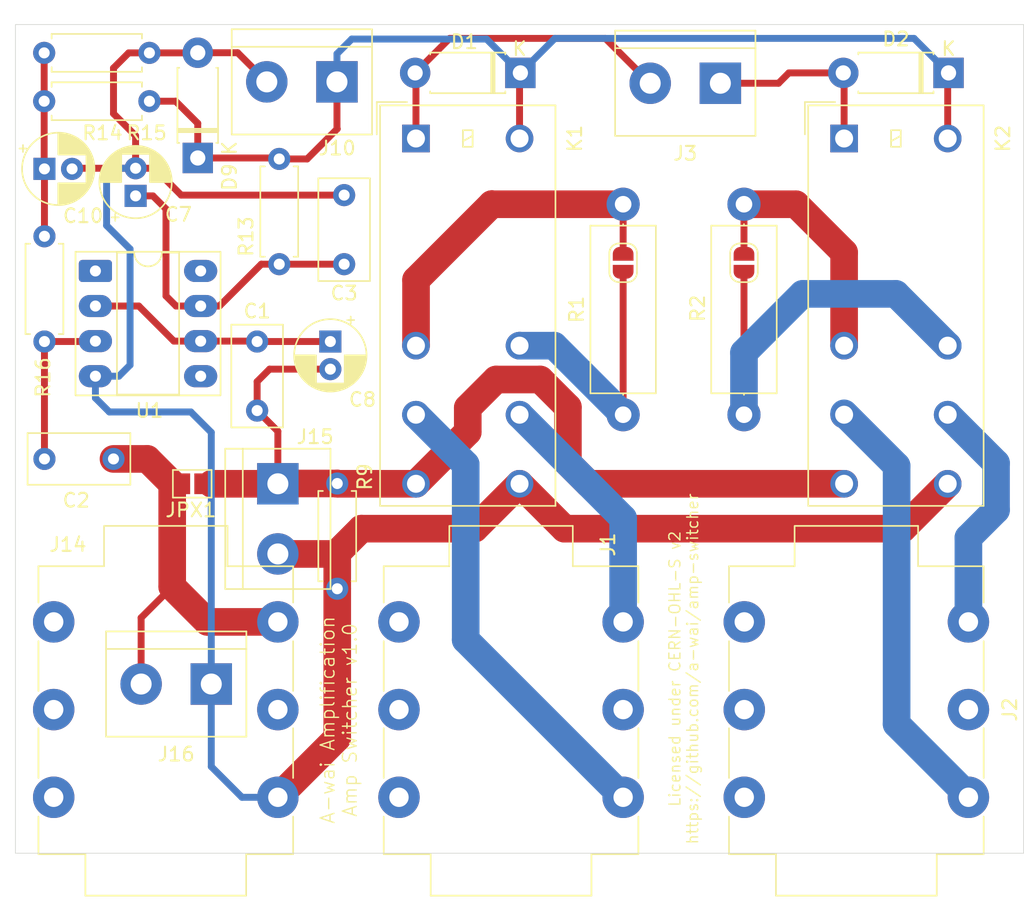
<source format=kicad_pcb>
(kicad_pcb (version 20241229) (generator "pcbnew") (generator_version "9.0")
  (title_block (title "Amp Switcher - 2-way Relay Array") (date "2025-03-12") (rev "1.0") (comment 3 "SPDX-License-Identifier: CERN-OHL-S-2.0+") (comment 4 "SPDX-FileCopyrightText: 2025 Arnaud Ferraris <aferraris@debian.org>"))
  (layers (0 "F.Cu" signal) (2 "B.Cu" signal) (13 "F.Paste" user) (15 "B.Paste" user) (5 "F.SilkS" user "F.Silkscreen") (7 "B.SilkS" user "B.Silkscreen") (1 "F.Mask" user) (3 "B.Mask" user) (25 "Edge.Cuts" user))
  (net 0 "")
  (net 1 "Net-(D1-A)")
  (net 2 "+12V")
  (net 3 "Net-(D2-A)")
  (net 7 "Net-(J1-PadS)")
  (net 9 "Net-(J1-PadT)")
  (net 11 "Net-(J2-PadS)")
  (net 14 "Net-(J2-PadT)")
  (net 16 "/SIGNAL")
  (net 17 "GND")
  (net 18 "Net-(JP2-A)")
  (net 19 "Net-(JP2-B)")
  (net 20 "Net-(JP3-B)")
  (net 21 "Net-(JP3-A)")
  (net 26 "Net-(U1--)")
  (net 27 "Net-(U1-+)")
  (net 28 "VCC")
  (net 29 "GNDS")
  (net 33 "Net-(J16-Pin_2)")
  (footprint "TerminalBlock:TerminalBlock_bornier-2_P5.08mm" (layer "F.Cu") (at 50.18 114.5 180)
    (property "Reference" "J16" (at 2.54 -5.08 0) (layer "F.SilkS"))
    (property "Value" "Screw_Terminal_01x02")
    (pad "1" thru_hole rect (at 0 0 180) (size 3 3) (drill 1.52) (layers "*.Cu" "*.Mask") (net 17 "GND"))
    (pad "2" thru_hole circle (at 5.08 0 180) (size 3 3) (drill 1.52) (layers "*.Cu" "*.Mask") (net 33 "Net-(J16-Pin_2)"))
  )
  (footprint "Diode_THT:D_DO-41_SOD81_P7.62mm_Horizontal" (layer "F.Cu") (at 103.56 70.25 180)
    (property "Reference" "D2" (at 3.81 2.45 0) (layer "F.SilkS"))
    (property "Value" "1N4001")
    (fp_text user "K" (at 0 1.75 0) (layer "F.SilkS"))
    (pad "1" thru_hole rect (at 0 0 180) (size 2.2 2.2) (drill 1.1) (layers "*.Cu" "*.Mask") (net 2 "+12V"))
    (pad "2" thru_hole oval (at 7.62 0 180) (size 2.2 2.2) (drill 1.1) (layers "*.Cu" "*.Mask") (net 3 "Net-(D2-A)"))
  )
  (footprint "Capacitor_THT:C_Rect_L7.2mm_W3.5mm_P5.00mm_FKS2_FKP2_MKS2_MKP2" (layer "F.Cu") (at 38.1 98.2)
    (property "Reference" "C2" (at 2.3 3 0) (layer "F.SilkS"))
    (property "Value" "100n")
    (pad "1" thru_hole circle (at 0 0) (size 1.6 1.6) (drill 0.8) (layers "*.Cu" "*.Mask") (net 27 "Net-(U1-+)"))
    (pad "2" thru_hole circle (at 5 0) (size 1.6 1.6) (drill 0.8) (layers "*.Cu" "*.Mask") (net 33 "Net-(J16-Pin_2)"))
  )
  (footprint "Resistor_THT:R_Axial_DIN0207_L6.3mm_D2.5mm_P7.62mm_Horizontal" (layer "F.Cu") (at 55.1 84.1 90)
    (property "Reference" "R13" (at 2 -2.4 90) (layer "F.SilkS"))
    (property "Value" "10R")
    (pad "1" thru_hole circle (at 0 0 90) (size 1.6 1.6) (drill 0.8) (layers "*.Cu" "*.Mask") (net 28 "VCC"))
    (pad "2" thru_hole oval (at 7.62 0 90) (size 1.6 1.6) (drill 0.8) (layers "*.Cu" "*.Mask") (net 2 "+12V"))
  )
  (footprint "Capacitor_THT:CP_Radial_D5.0mm_P2.00mm" (layer "F.Cu") (at 58.8 89.7 -90)
    (property "Reference" "C8" (at 4.2 -2.329 180) (layer "F.SilkS"))
    (property "Value" "1µ")
    (pad "1" thru_hole rect (at 0 0 270) (size 1.6 1.6) (drill 0.8) (layers "*.Cu" "*.Mask") (net 26 "Net-(U1--)"))
    (pad "2" thru_hole circle (at 2 0 270) (size 1.6 1.6) (drill 0.8) (layers "*.Cu" "*.Mask") (net 16 "/SIGNAL"))
  )
  (footprint "Connector_Audio:Jack_6.35mm_Neutrik_NMJ6HCD2_Horizontal" (layer "F.Cu") (at 105 110 -90)
    (property "Reference" "J2" (at 6.35 -3 90) (layer "F.SilkS"))
    (property "Value" "NMJ6HCD2")
    (pad "R" thru_hole circle (at 6.35 0 270) (size 3 3) (drill 1.4) (layers "*.Cu" "*.Mask"))
    (pad "RN" thru_hole circle (at 6.35 16.23 270) (size 3 3) (drill 1.4) (layers "*.Cu" "*.Mask"))
    (pad "S" thru_hole circle (at 12.7 0 270) (size 3 3) (drill 1.4) (layers "*.Cu" "*.Mask") (net 11 "Net-(J2-PadS)"))
    (pad "SN" thru_hole circle (at 12.7 16.23 270) (size 3 3) (drill 1.4) (layers "*.Cu" "*.Mask"))
    (pad "T" thru_hole circle (at 0 0 270) (size 3 3) (drill 1.4) (layers "*.Cu" "*.Mask") (net 14 "Net-(J2-PadT)"))
    (pad "TN" thru_hole circle (at 0 16.23 270) (size 3 3) (drill 1.4) (layers "*.Cu" "*.Mask"))
  )
  (footprint "Capacitor_THT:CP_Radial_D5.0mm_P2.00mm" (layer "F.Cu") (at 38.1 77.2)
    (property "Reference" "C10" (at 2.8 3.4 0) (layer "F.SilkS"))
    (property "Value" "100µ")
    (pad "1" thru_hole rect (at 0 0) (size 1.6 1.6) (drill 0.8) (layers "*.Cu" "*.Mask") (net 29 "GNDS"))
    (pad "2" thru_hole circle (at 2 0) (size 1.6 1.6) (drill 0.8) (layers "*.Cu" "*.Mask") (net 17 "GND"))
  )
  (footprint "Diode_THT:D_DO-41_SOD81_P7.62mm_Horizontal" (layer "F.Cu") (at 49.2 76.41 90)
    (property "Reference" "D9" (at -1.39 2.3 90) (layer "F.SilkS"))
    (property "Value" "1N4001")
    (fp_text user "K" (at 0.71 2.3 90) (layer "F.SilkS"))
    (pad "1" thru_hole rect (at 0 0 90) (size 2.2 2.2) (drill 1.1) (layers "*.Cu" "*.Mask") (net 2 "+12V"))
    (pad "2" thru_hole oval (at 7.62 0 90) (size 2.2 2.2) (drill 1.1) (layers "*.Cu" "*.Mask") (net 17 "GND"))
  )
  (footprint "Connector_Audio:Jack_6.35mm_Neutrik_NMJ6HCD2_Horizontal" (layer "F.Cu") (at 55 110 -90)
    (property "Reference" "J14" (at -5.6 15.2 180) (layer "F.SilkS"))
    (property "Value" "NMJ6HCD2")
    (pad "R" thru_hole circle (at 6.35 0 270) (size 3 3) (drill 1.4) (layers "*.Cu" "*.Mask"))
    (pad "RN" thru_hole circle (at 6.35 16.23 270) (size 3 3) (drill 1.4) (layers "*.Cu" "*.Mask"))
    (pad "S" thru_hole circle (at 12.7 0 270) (size 3 3) (drill 1.4) (layers "*.Cu" "*.Mask") (net 17 "GND"))
    (pad "SN" thru_hole circle (at 12.7 16.23 270) (size 3 3) (drill 1.4) (layers "*.Cu" "*.Mask"))
    (pad "T" thru_hole circle (at 0 0 270) (size 3 3) (drill 1.4) (layers "*.Cu" "*.Mask") (net 33 "Net-(J16-Pin_2)"))
    (pad "TN" thru_hole circle (at 0 16.23 270) (size 3 3) (drill 1.4) (layers "*.Cu" "*.Mask"))
  )
  (footprint "Resistor_THT:R_Axial_DIN0414_L11.9mm_D4.5mm_P15.24mm_Horizontal" (layer "F.Cu") (at 88.75 95 90)
    (property "Reference" "R2" (at 7.7 -3.35 90) (layer "F.SilkS"))
    (property "Value" "4R7/2W")
    (pad "1" thru_hole circle (at 0 0 90) (size 2.4 2.4) (drill 1.2) (layers "*.Cu" "*.Mask") (net 19 "Net-(JP2-B)"))
    (pad "2" thru_hole oval (at 15.24 0 90) (size 2.4 2.4) (drill 1.2) (layers "*.Cu" "*.Mask") (net 18 "Net-(JP2-A)"))
  )
  (footprint "Relay_THT:Relay_DPDT_Omron_G2RL-2" (layer "F.Cu") (at 65 75)
    (property "Reference" "K1" (at 11.5 0 90) (layer "F.SilkS"))
    (property "Value" "G2RL-2")
    (pad "11" thru_hole circle (at 0 20) (size 2 2) (drill 1.3) (layers "*.Cu" "*.Mask") (net 7 "Net-(J1-PadS)"))
    (pad "12" thru_hole circle (at 0 15) (size 2 2) (drill 1.3) (layers "*.Cu" "*.Mask") (net 21 "Net-(JP3-A)"))
    (pad "14" thru_hole circle (at 0 25) (size 2 2) (drill 1.3) (layers "*.Cu" "*.Mask") (net 16 "/SIGNAL"))
    (pad "21" thru_hole circle (at 7.5 20) (size 2 2) (drill 1.3) (layers "*.Cu" "*.Mask") (net 9 "Net-(J1-PadT)"))
    (pad "22" thru_hole circle (at 7.5 15) (size 2 2) (drill 1.3) (layers "*.Cu" "*.Mask") (net 20 "Net-(JP3-B)"))
    (pad "24" thru_hole circle (at 7.5 25) (size 2 2) (drill 1.3) (layers "*.Cu" "*.Mask") (net 17 "GND"))
    (pad "A1" thru_hole rect (at 0 0) (size 2 2) (drill 1.3) (layers "*.Cu" "*.Mask") (net 1 "Net-(D1-A)"))
    (pad "A2" thru_hole circle (at 7.5 0) (size 2 2) (drill 1.3) (layers "*.Cu" "*.Mask") (net 2 "+12V"))
  )
  (footprint "Diode_THT:D_DO-41_SOD81_P7.62mm_Horizontal" (layer "F.Cu") (at 72.56 70.25 180)
    (property "Reference" "D1" (at 4.06 2.25 0) (layer "F.SilkS"))
    (property "Value" "1N4001")
    (fp_text user "K" (at 0.06 1.75 0) (layer "F.SilkS"))
    (pad "1" thru_hole rect (at 0 0 180) (size 2.2 2.2) (drill 1.1) (layers "*.Cu" "*.Mask") (net 2 "+12V"))
    (pad "2" thru_hole oval (at 7.62 0 180) (size 2.2 2.2) (drill 1.1) (layers "*.Cu" "*.Mask") (net 1 "Net-(D1-A)"))
  )
  (footprint "Resistor_THT:R_Axial_DIN0207_L6.3mm_D2.5mm_P7.62mm_Horizontal" (layer "F.Cu") (at 38.1 82.08 -90)
    (property "Reference" "R16" (at 10.22 0.1 90) (layer "F.SilkS"))
    (property "Value" "1M")
    (pad "1" thru_hole circle (at 0 0 270) (size 1.6 1.6) (drill 0.8) (layers "*.Cu" "*.Mask") (net 29 "GNDS"))
    (pad "2" thru_hole oval (at 7.62 0 270) (size 1.6 1.6) (drill 0.8) (layers "*.Cu" "*.Mask") (net 27 "Net-(U1-+)"))
  )
  (footprint "Connector_Audio:Jack_6.35mm_Neutrik_NMJ6HCD2_Horizontal" (layer "F.Cu") (at 80 110 -90)
    (property "Reference" "J1" (at -5.6 1.1 90) (layer "F.SilkS"))
    (property "Value" "NMJ6HCD2")
    (pad "R" thru_hole circle (at 6.35 0 270) (size 3 3) (drill 1.4) (layers "*.Cu" "*.Mask"))
    (pad "RN" thru_hole circle (at 6.35 16.23 270) (size 3 3) (drill 1.4) (layers "*.Cu" "*.Mask"))
    (pad "S" thru_hole circle (at 12.7 0 270) (size 3 3) (drill 1.4) (layers "*.Cu" "*.Mask") (net 7 "Net-(J1-PadS)"))
    (pad "SN" thru_hole circle (at 12.7 16.23 270) (size 3 3) (drill 1.4) (layers "*.Cu" "*.Mask"))
    (pad "T" thru_hole circle (at 0 0 270) (size 3 3) (drill 1.4) (layers "*.Cu" "*.Mask") (net 9 "Net-(J1-PadT)"))
    (pad "TN" thru_hole circle (at 0 16.23 270) (size 3 3) (drill 1.4) (layers "*.Cu" "*.Mask"))
  )
  (footprint "Relay_THT:Relay_DPDT_Omron_G2RL-2" (layer "F.Cu") (at 96 75)
    (property "Reference" "K2" (at 11.5 0 90) (layer "F.SilkS"))
    (property "Value" "G2RL-2")
    (pad "11" thru_hole circle (at 0 20) (size 2 2) (drill 1.3) (layers "*.Cu" "*.Mask") (net 11 "Net-(J2-PadS)"))
    (pad "12" thru_hole circle (at 0 15) (size 2 2) (drill 1.3) (layers "*.Cu" "*.Mask") (net 18 "Net-(JP2-A)"))
    (pad "14" thru_hole circle (at 0 25) (size 2 2) (drill 1.3) (layers "*.Cu" "*.Mask") (net 16 "/SIGNAL"))
    (pad "21" thru_hole circle (at 7.5 20) (size 2 2) (drill 1.3) (layers "*.Cu" "*.Mask") (net 14 "Net-(J2-PadT)"))
    (pad "22" thru_hole circle (at 7.5 15) (size 2 2) (drill 1.3) (layers "*.Cu" "*.Mask") (net 19 "Net-(JP2-B)"))
    (pad "24" thru_hole circle (at 7.5 25) (size 2 2) (drill 1.3) (layers "*.Cu" "*.Mask") (net 17 "GND"))
    (pad "A1" thru_hole rect (at 0 0) (size 2 2) (drill 1.3) (layers "*.Cu" "*.Mask") (net 3 "Net-(D2-A)"))
    (pad "A2" thru_hole circle (at 7.5 0) (size 2 2) (drill 1.3) (layers "*.Cu" "*.Mask") (net 2 "+12V"))
  )
  (footprint "Resistor_THT:R_Axial_DIN0207_L6.3mm_D2.5mm_P7.62mm_Horizontal" (layer "F.Cu") (at 59.3 107.6 90)
    (property "Reference" "R9" (at 8.1 2 90) (layer "F.SilkS"))
    (property "Value" "1M")
    (pad "1" thru_hole circle (at 0 0 90) (size 1.6 1.6) (drill 0.8) (layers "*.Cu" "*.Mask") (net 17 "GND"))
    (pad "2" thru_hole oval (at 7.62 0 90) (size 1.6 1.6) (drill 0.8) (layers "*.Cu" "*.Mask") (net 16 "/SIGNAL"))
  )
  (footprint "Capacitor_THT:C_Rect_L7.2mm_W3.5mm_P5.00mm_FKS2_FKP2_MKS2_MKP2" (layer "F.Cu") (at 53.5 94.7 90)
    (property "Reference" "C1" (at 7.2 0 180) (layer "F.SilkS"))
    (property "Value" "100n")
    (pad "1" thru_hole circle (at 0 0 90) (size 1.6 1.6) (drill 0.8) (layers "*.Cu" "*.Mask") (net 16 "/SIGNAL"))
    (pad "2" thru_hole circle (at 5 0 90) (size 1.6 1.6) (drill 0.8) (layers "*.Cu" "*.Mask") (net 26 "Net-(U1--)"))
  )
  (footprint "Resistor_THT:R_Axial_DIN0414_L11.9mm_D4.5mm_P15.24mm_Horizontal" (layer "F.Cu") (at 80 95 90)
    (property "Reference" "R1" (at 7.62 -3.37 90) (layer "F.SilkS"))
    (property "Value" "4R7/2W")
    (pad "1" thru_hole circle (at 0 0 90) (size 2.4 2.4) (drill 1.2) (layers "*.Cu" "*.Mask") (net 20 "Net-(JP3-B)"))
    (pad "2" thru_hole oval (at 15.24 0 90) (size 2.4 2.4) (drill 1.2) (layers "*.Cu" "*.Mask") (net 21 "Net-(JP3-A)"))
  )
  (footprint "Jumper:SolderJumper-2_P1.3mm_Open_RoundedPad1.0x1.5mm" (layer "F.Cu") (at 80 84 -90)
    (property "Reference" "JP3" (hide yes))
    (property "Value" "Jumper_2_Open")
    (pad "1" smd custom (at -0.65 0 270) (size 1 0.5) (layers "F.Cu" "F.Mask") (net 21 "Net-(JP3-A)") (options (clearance outline) (anchor rect)) (primitives (gr_circle (center 0 0.25) (end 0.5 0.25) (width 0) (fill yes)) (gr_circle (center 0 -0.25) (end 0.5 -0.25) (width 0) (fill yes)) (gr_poly (pts (xy 0.5 0.75) (xy 0 0.75) (xy 0 -0.75) (xy 0.5 -0.75)) (width 0) (fill yes))))
    (pad "2" smd custom (at 0.65 0 270) (size 1 0.5) (layers "F.Cu" "F.Mask") (net 20 "Net-(JP3-B)") (options (clearance outline) (anchor rect)) (primitives (gr_circle (center 0 0.25) (end 0.5 0.25) (width 0) (fill yes)) (gr_circle (center 0 -0.25) (end 0.5 -0.25) (width 0) (fill yes)) (gr_poly (pts (xy 0 0.75) (xy -0.5 0.75) (xy -0.5 -0.75) (xy 0 -0.75)) (width 0) (fill yes))))
  )
  (footprint "Resistor_THT:R_Axial_DIN0207_L6.3mm_D2.5mm_P7.62mm_Horizontal" (layer "F.Cu") (at 38.08 68.8)
    (property "Reference" "R15" (at 7.42 5.8 0) (layer "F.SilkS"))
    (property "Value" "10k")
    (pad "1" thru_hole circle (at 0 0) (size 1.6 1.6) (drill 0.8) (layers "*.Cu" "*.Mask") (net 29 "GNDS"))
    (pad "2" thru_hole oval (at 7.62 0) (size 1.6 1.6) (drill 0.8) (layers "*.Cu" "*.Mask") (net 17 "GND"))
  )
  (footprint "TerminalBlock:TerminalBlock_bornier-2_P5.08mm" (layer "F.Cu") (at 87.04 71 180)
    (property "Reference" "J3" (at 2.54 -5.08 0) (layer "F.SilkS"))
    (property "Value" "Screw_Terminal_01x02")
    (pad "1" thru_hole rect (at 0 0 180) (size 3 3) (drill 1.52) (layers "*.Cu" "*.Mask") (net 3 "Net-(D2-A)"))
    (pad "2" thru_hole circle (at 5.08 0 180) (size 3 3) (drill 1.52) (layers "*.Cu" "*.Mask") (net 1 "Net-(D1-A)"))
  )
  (footprint "Package_DIP:DIP-8_W7.62mm_Socket_LongPads" (layer "F.Cu") (at 41.79 84.59)
    (property "Reference" "U1" (at 3.91 10.11 0) (layer "F.SilkS"))
    (property "Value" "OPA134")
    (pad "1" thru_hole roundrect (at 0 0) (size 2.4 1.6) (drill 0.8) (layers "*.Cu" "*.Mask") (roundrect_rratio 0.15625))
    (pad "2" thru_hole oval (at 0 2.54) (size 2.4 1.6) (drill 0.8) (layers "*.Cu" "*.Mask") (net 26 "Net-(U1--)"))
    (pad "3" thru_hole oval (at 0 5.08) (size 2.4 1.6) (drill 0.8) (layers "*.Cu" "*.Mask") (net 27 "Net-(U1-+)"))
    (pad "4" thru_hole oval (at 0 7.62) (size 2.4 1.6) (drill 0.8) (layers "*.Cu" "*.Mask") (net 17 "GND"))
    (pad "5" thru_hole oval (at 7.62 7.62) (size 2.4 1.6) (drill 0.8) (layers "*.Cu" "*.Mask"))
    (pad "6" thru_hole oval (at 7.62 5.08) (size 2.4 1.6) (drill 0.8) (layers "*.Cu" "*.Mask") (net 26 "Net-(U1--)"))
    (pad "7" thru_hole oval (at 7.62 2.54) (size 2.4 1.6) (drill 0.8) (layers "*.Cu" "*.Mask") (net 28 "VCC"))
    (pad "8" thru_hole oval (at 7.62 0) (size 2.4 1.6) (drill 0.8) (layers "*.Cu" "*.Mask"))
  )
  (footprint "TerminalBlock:TerminalBlock_bornier-2_P5.08mm" (layer "F.Cu") (at 55 100 -90)
    (property "Reference" "J15" (at -3.4 -2.7 0) (layer "F.SilkS"))
    (property "Value" "Screw_Terminal_01x02")
    (pad "1" thru_hole rect (at 0 0 270) (size 3 3) (drill 1.52) (layers "*.Cu" "*.Mask") (net 16 "/SIGNAL"))
    (pad "2" thru_hole circle (at 5.08 0 270) (size 3 3) (drill 1.52) (layers "*.Cu" "*.Mask") (net 17 "GND"))
  )
  (footprint "Resistor_THT:R_Axial_DIN0207_L6.3mm_D2.5mm_P7.62mm_Horizontal" (layer "F.Cu") (at 45.7 72.3 180)
    (property "Reference" "R14" (at 3.4 -2.3 0) (layer "F.SilkS"))
    (property "Value" "10k")
    (pad "1" thru_hole circle (at 0 0 180) (size 1.6 1.6) (drill 0.8) (layers "*.Cu" "*.Mask") (net 2 "+12V"))
    (pad "2" thru_hole oval (at 7.62 0 180) (size 1.6 1.6) (drill 0.8) (layers "*.Cu" "*.Mask") (net 29 "GNDS"))
  )
  (footprint "Capacitor_THT:CP_Radial_D5.0mm_P2.00mm" (layer "F.Cu") (at 44.7 79.155113 90)
    (property "Reference" "C7" (at -1.344887 3.1 180) (layer "F.SilkS"))
    (property "Value" "100µ")
    (pad "1" thru_hole rect (at 0 0 90) (size 1.6 1.6) (drill 0.8) (layers "*.Cu" "*.Mask") (net 28 "VCC"))
    (pad "2" thru_hole circle (at 2 0 90) (size 1.6 1.6) (drill 0.8) (layers "*.Cu" "*.Mask") (net 17 "GND"))
  )
  (footprint "Capacitor_THT:C_Rect_L7.2mm_W3.5mm_P5.00mm_FKS2_FKP2_MKS2_MKP2" (layer "F.Cu") (at 59.8 84.1 90)
    (property "Reference" "C3" (at -2.1 0 180) (layer "F.SilkS"))
    (property "Value" "100n")
    (pad "1" thru_hole circle (at 0 0 90) (size 1.6 1.6) (drill 0.8) (layers "*.Cu" "*.Mask") (net 28 "VCC"))
    (pad "2" thru_hole circle (at 5 0 90) (size 1.6 1.6) (drill 0.8) (layers "*.Cu" "*.Mask") (net 17 "GND"))
  )
  (footprint "Jumper:SolderJumper-2_P1.3mm_Open_Pad1.0x1.5mm" (layer "F.Cu") (at 48.8 100 180)
    (property "Reference" "JPX1" (at 0.1 -1.9 0) (layer "F.SilkS"))
    (property "Value" "Jumper_2_Open")
    (pad "1" smd rect (at -0.65 0 180) (size 1 1.5) (layers "F.Cu" "F.Mask") (net 16 "/SIGNAL"))
    (pad "2" smd rect (at 0.65 0 180) (size 1 1.5) (layers "F.Cu" "F.Mask") (net 33 "Net-(J16-Pin_2)"))
  )
  (footprint "TerminalBlock:TerminalBlock_bornier-2_P5.08mm" (layer "F.Cu") (at 59.28 70.9 180)
    (property "Reference" "J10" (at -0.02 -4.8 0) (layer "F.SilkS"))
    (property "Value" "Screw_Terminal_01x02")
    (pad "1" thru_hole rect (at 0 0 180) (size 3 3) (drill 1.52) (layers "*.Cu" "*.Mask") (net 2 "+12V"))
    (pad "2" thru_hole circle (at 5.08 0 180) (size 3 3) (drill 1.52) (layers "*.Cu" "*.Mask") (net 17 "GND"))
  )
  (footprint "Jumper:SolderJumper-2_P1.3mm_Open_RoundedPad1.0x1.5mm" (layer "F.Cu") (at 88.75 84 -90)
    (property "Reference" "JP2" (hide yes))
    (property "Value" "Jumper_2_Open")
    (pad "1" smd custom (at -0.65 0 270) (size 1 0.5) (layers "F.Cu" "F.Mask") (net 18 "Net-(JP2-A)") (options (clearance outline) (anchor rect)) (primitives (gr_circle (center 0 0.25) (end 0.5 0.25) (width 0) (fill yes)) (gr_circle (center 0 -0.25) (end 0.5 -0.25) (width 0) (fill yes)) (gr_poly (pts (xy 0.5 0.75) (xy 0 0.75) (xy 0 -0.75) (xy 0.5 -0.75)) (width 0) (fill yes))))
    (pad "2" smd custom (at 0.65 0 270) (size 1 0.5) (layers "F.Cu" "F.Mask") (net 19 "Net-(JP2-B)") (options (clearance outline) (anchor rect)) (primitives (gr_circle (center 0 0.25) (end 0.5 0.25) (width 0) (fill yes)) (gr_circle (center 0 -0.25) (end 0.5 -0.25) (width 0) (fill yes)) (gr_poly (pts (xy 0 0.75) (xy -0.5 0.75) (xy -0.5 -0.75) (xy 0 -0.75)) (width 0) (fill yes))))
  )
  (gr_rect (start 36 66.75) (end 109 126.75) (stroke (width 0.05)) (fill no) (layer "Edge.Cuts"))
  (gr_text "Licensed under CERN-OHL-S v2\nhttps://github.com/a-wai/amp-switcher" (at 85.5 113.4 90) (layer "F.SilkS") (effects (font (size 0.8 0.8) (thickness 0.1)) (justify bottom)))
  (gr_text "A-wai Amplification\nAmp Switcher v1.0" (at 60.8 117.1 90) (layer "F.SilkS") (effects (font (size 1 1) (thickness 0.1)) (justify bottom)))
  (segment (start 64.94 70.25) (end 67.44 67.75) (width 0.5) (layer "F.Cu") (net 1))
  (segment (start 67.44 67.75) (end 78.71 67.75) (width 0.5) (layer "F.Cu") (net 1))
  (segment (start 65 75) (end 65 70.31) (width 0.5) (layer "F.Cu") (net 1))
  (segment (start 65 70.31) (end 64.94 70.25) (width 0.5) (layer "F.Cu") (net 1))
  (segment (start 78.71 67.75) (end 81.96 71) (width 0.5) (layer "F.Cu") (net 1))
  (segment (start 49.2 76.41) (end 49.2 73.9) (width 0.5) (layer "F.Cu") (net 2))
  (segment (start 103.5 75) (end 103.5 70.31) (width 0.5) (layer "F.Cu") (net 2))
  (segment (start 49.2 73.9) (end 47.6 72.3) (width 0.5) (layer "F.Cu") (net 2))
  (segment (start 72.5 75) (end 72.5 70.31) (width 0.5) (layer "F.Cu") (net 2))
  (segment (start 49.2 76.41) (end 55.03 76.41) (width 0.5) (layer "F.Cu") (net 2))
  (segment (start 57.12 76.48) (end 59.3 74.3) (width 0.5) (layer "F.Cu") (net 2))
  (segment (start 55.1 76.48) (end 57.12 76.48) (width 0.5) (layer "F.Cu") (net 2))
  (segment (start 72.5 70.31) (end 72.56 70.25) (width 0.5) (layer "F.Cu") (net 2))
  (segment (start 59.3 74.3) (end 59.28 74.28) (width 0.5) (layer "F.Cu") (net 2))
  (segment (start 103.5 70.31) (end 103.56 70.25) (width 0.5) (layer "F.Cu") (net 2))
  (segment (start 55.03 76.41) (end 55.1 76.48) (width 0.5) (layer "F.Cu") (net 2))
  (segment (start 59.28 74.28) (end 59.28 70.9) (width 0.5) (layer "F.Cu") (net 2))
  (segment (start 47.6 72.3) (end 45.7 72.3) (width 0.5) (layer "F.Cu") (net 2))
  (segment (start 60.35 67.8) (end 70.11 67.8) (width 0.5) (layer "B.Cu") (net 2))
  (segment (start 59.28 70.9) (end 59.28 68.87) (width 0.5) (layer "B.Cu") (net 2))
  (segment (start 70.11 67.8) (end 72.56 70.25) (width 0.5) (layer "B.Cu") (net 2))
  (segment (start 72.56 70.25) (end 75.06 67.75) (width 0.5) (layer "B.Cu") (net 2))
  (segment (start 75.06 67.75) (end 101.06 67.75) (width 0.5) (layer "B.Cu") (net 2))
  (segment (start 59.28 68.87) (end 60.35 67.8) (width 0.5) (layer "B.Cu") (net 2))
  (segment (start 101.06 67.75) (end 103.56 70.25) (width 0.5) (layer "B.Cu") (net 2))
  (segment (start 92 70.25) (end 91.25 71) (width 0.5) (layer "F.Cu") (net 3))
  (segment (start 91.25 71) (end 87.04 71) (width 0.5) (layer "F.Cu") (net 3))
  (segment (start 96 75) (end 96 70.31) (width 0.5) (layer "F.Cu") (net 3))
  (segment (start 95.94 70.25) (end 92 70.25) (width 0.5) (layer "F.Cu") (net 3))
  (segment (start 96 70.31) (end 95.94 70.25) (width 0.5) (layer "F.Cu") (net 3))
  (segment (start 80 122.7) (end 68.6 111.3) (width 2) (layer "B.Cu") (net 7))
  (segment (start 68.6 98.6) (end 65 95) (width 2) (layer "B.Cu") (net 7))
  (segment (start 68.6 111.3) (end 68.6 98.6) (width 2) (layer "B.Cu") (net 7))
  (segment (start 72.5 95) (end 80 102.5) (width 2) (layer "B.Cu") (net 9))
  (segment (start 80 102.5) (end 80 110) (width 2) (layer "B.Cu") (net 9))
  (segment (start 99.8 117.4) (end 99.8 98.7) (width 2) (layer "B.Cu") (net 11))
  (segment (start 99.8 98.7) (end 96 94.9) (width 2) (layer "B.Cu") (net 11))
  (segment (start 105 122.6) (end 99.8 117.4) (width 2) (layer "B.Cu") (net 11))
  (segment (start 105 110) (end 105 103.9) (width 2) (layer "B.Cu") (net 14))
  (segment (start 107 101.9) (end 107 98.5) (width 2) (layer "B.Cu") (net 14))
  (segment (start 107 98.5) (end 103.5 95) (width 2) (layer "B.Cu") (net 14))
  (segment (start 105 103.9) (end 107 101.9) (width 2) (layer "B.Cu") (net 14))
  (segment (start 74 92.451) (end 76 94.451) (width 2) (layer "F.Cu") (net 16))
  (segment (start 55 100) (end 50.2 100) (width 2) (layer "F.Cu") (net 16))
  (segment (start 77.5 100) (end 96 100) (width 2) (layer "F.Cu") (net 16))
  (segment (start 68.75 94.5) (end 70.799 92.451) (width 2) (layer "F.Cu") (net 16))
  (segment (start 65 100) (end 68.75 96.25) (width 2) (layer "F.Cu") (net 16))
  (segment (start 76 94.451) (end 76 98.5) (width 2) (layer "F.Cu") (net 16))
  (segment (start 58.8 91.7) (end 54.4 91.7) (width 0.5) (layer "F.Cu") (net 16))
  (segment (start 70.799 92.451) (end 74 92.451) (width 2) (layer "F.Cu") (net 16))
  (segment (start 53.5 94.7) (end 55 96.2) (width 0.5) (layer "F.Cu") (net 16))
  (segment (start 68.75 96.25) (end 68.75 94.5) (width 2) (layer "F.Cu") (net 16))
  (segment (start 59.3 99.98) (end 55.02 99.98) (width 2) (layer "F.Cu") (net 16))
  (segment (start 59.32 100) (end 59.3 99.98) (width 2) (layer "F.Cu") (net 16))
  (segment (start 65 100) (end 59.32 100) (width 2) (layer "F.Cu") (net 16))
  (segment (start 54.4 91.7) (end 53.5 92.6) (width 0.5) (layer "F.Cu") (net 16))
  (segment (start 55 96.2) (end 55 100) (width 0.5) (layer "F.Cu") (net 16))
  (segment (start 53.5 92.6) (end 53.5 94.7) (width 0.5) (layer "F.Cu") (net 16))
  (segment (start 55.02 99.98) (end 55 100) (width 2) (layer "F.Cu") (net 16))
  (segment (start 76 98.5) (end 77.5 100) (width 2) (layer "F.Cu") (net 16))
  (segment (start 59.3 107.6) (end 59.3 105) (width 2) (layer "F.Cu") (net 17))
  (segment (start 59.22 105.08) (end 55 105.08) (width 2) (layer "F.Cu") (net 17))
  (segment (start 49.19 68.8) (end 49.2 68.79) (width 0.5) (layer "F.Cu") (net 17))
  (segment (start 59.3 105) (end 59.22 105.08) (width 2) (layer "F.Cu") (net 17))
  (segment (start 59.3 105) (end 61.05 103.25) (width 2) (layer "F.Cu") (net 17))
  (segment (start 72.5 100) (end 75.75 103.25) (width 2) (layer "F.Cu") (net 17))
  (segment (start 45.7 68.8) (end 49.19 68.8) (width 0.5) (layer "F.Cu") (net 17))
  (segment (start 59.3 118.4) (end 59.3 107.6) (width 2) (layer "F.Cu") (net 17))
  (segment (start 61.05 103.25) (end 69.25 103.25) (width 2) (layer "F.Cu") (net 17))
  (segment (start 75.75 103.25) (end 100.25 103.25) (width 2) (layer "F.Cu") (net 17))
  (segment (start 43.1 73.2) (end 43.1 69.9) (width 0.5) (layer "F.Cu") (net 17))
  (segment (start 49.2 68.79) (end 52.09 68.79) (width 0.5) (layer "F.Cu") (net 17))
  (segment (start 55 122.7) (end 59.3 118.4) (width 2) (layer "F.Cu") (net 17))
  (segment (start 44.2 68.8) (end 45.7 68.8) (width 0.5) (layer "F.Cu") (net 17))
  (segment (start 100.25 103.25) (end 103.5 100) (width 2) (layer "F.Cu") (net 17))
  (segment (start 48 79.1) (end 59.8 79.1) (width 0.5) (layer "F.Cu") (net 17))
  (segment (start 40.144887 77.155113) (end 40.1 77.2) (width 0.5) (layer "F.Cu") (net 17))
  (segment (start 44.7 77.155113) (end 46.055113 77.155113) (width 0.5) (layer "F.Cu") (net 17))
  (segment (start 46.055113 77.155113) (end 48 79.1) (width 0.5) (layer "F.Cu") (net 17))
  (segment (start 52.09 68.79) (end 54.2 70.9) (width 0.5) (layer "F.Cu") (net 17))
  (segment (start 44.7 74.8) (end 43.1 73.2) (width 0.5) (layer "F.Cu") (net 17))
  (segment (start 69.25 103.25) (end 72.5 100) (width 2) (layer "F.Cu") (net 17))
  (segment (start 44.7 77.155113) (end 40.144887 77.155113) (width 0.5) (layer "F.Cu") (net 17))
  (segment (start 43.1 69.9) (end 44.2 68.8) (width 0.5) (layer "F.Cu") (net 17))
  (segment (start 44.7 77.155113) (end 44.7 74.8) (width 0.5) (layer "F.Cu") (net 17))
  (segment (start 50.18 120.48) (end 50.18 114.5) (width 0.5) (layer "B.Cu") (net 17))
  (segment (start 43.49 92.21) (end 44.3 91.4) (width 0.5) (layer "B.Cu") (net 17))
  (segment (start 50.18 114.5) (end 50.18 96.28) (width 0.5) (layer "B.Cu") (net 17))
  (segment (start 55 122.7) (end 52.4 122.7) (width 0.5) (layer "B.Cu") (net 17))
  (segment (start 43.344887 77.155113) (end 44.7 77.155113) (width 0.5) (layer "B.Cu") (net 17))
  (segment (start 52.4 122.7) (end 50.18 120.48) (width 0.5) (layer "B.Cu") (net 17))
  (segment (start 42.6 77.9) (end 43.344887 77.155113) (width 0.5) (layer "B.Cu") (net 17))
  (segment (start 44.3 91.4) (end 44.3 83) (width 0.5) (layer "B.Cu") (net 17))
  (segment (start 44.3 83) (end 42.6 81.3) (width 0.5) (layer "B.Cu") (net 17))
  (segment (start 42.8 94.8) (end 41.79 93.79) (width 0.5) (layer "B.Cu") (net 17))
  (segment (start 50.18 96.28) (end 48.7 94.8) (width 0.5) (layer "B.Cu") (net 17))
  (segment (start 48.7 94.8) (end 42.8 94.8) (width 0.5) (layer "B.Cu") (net 17))
  (segment (start 41.79 92.21) (end 43.49 92.21) (width 0.5) (layer "B.Cu") (net 17))
  (segment (start 42.6 81.3) (end 42.6 77.9) (width 0.5) (layer "B.Cu") (net 17))
  (segment (start 41.79 93.79) (end 41.79 92.21) (width 0.5) (layer "B.Cu") (net 17))
  (segment (start 92.51 79.76) (end 88.75 79.76) (width 2) (layer "F.Cu") (net 18))
  (segment (start 88.75 83.35) (end 88.75 79.76) (width 0.5) (layer "F.Cu") (net 18))
  (segment (start 96 83.25) (end 92.51 79.76) (width 2) (layer "F.Cu") (net 18))
  (segment (start 96 90) (end 96 83.25) (width 2) (layer "F.Cu") (net 18))
  (segment (start 88.75 84.65) (end 88.75 95) (width 0.5) (layer "F.Cu") (net 19))
  (segment (start 93 86.25) (end 99.75 86.25) (width 2) (layer "B.Cu") (net 19))
  (segment (start 88.75 95) (end 88.75 90.5) (width 2) (layer "B.Cu") (net 19))
  (segment (start 88.75 90.5) (end 93 86.25) (width 2) (layer "B.Cu") (net 19))
  (segment (start 99.75 86.25) (end 103.5 90) (width 2) (layer "B.Cu") (net 19))
  (segment (start 80 84.65) (end 80 95) (width 0.5) (layer "F.Cu") (net 20))
  (segment (start 72.5 90) (end 75 90) (width 2) (layer "B.Cu") (net 20))
  (segment (start 75 90) (end 80 95) (width 2) (layer "B.Cu") (net 20))
  (segment (start 65.005 85.24) (end 70.495 79.75) (width 2) (layer "F.Cu") (net 21))
  (segment (start 80 83.35) (end 80 79.76) (width 0.5) (layer "F.Cu") (net 21))
  (segment (start 65.005 89.99) (end 65.005 85.24) (width 2) (layer "F.Cu") (net 21))
  (segment (start 70.505 79.76) (end 80 79.76) (width 2) (layer "F.Cu") (net 21))
  (segment (start 70.495 79.75) (end 70.505 79.76) (width 2) (layer "F.Cu") (net 21))
  (segment (start 47.47 89.67) (end 49.41 89.67) (width 0.5) (layer "F.Cu") (net 26))
  (segment (start 53.5 89.7) (end 58.8 89.7) (width 0.5) (layer "F.Cu") (net 26))
  (segment (start 44.93 87.13) (end 47.47 89.67) (width 0.5) (layer "F.Cu") (net 26))
  (segment (start 49.41 89.67) (end 53.47 89.67) (width 0.5) (layer "F.Cu") (net 26))
  (segment (start 53.47 89.67) (end 53.5 89.7) (width 0.5) (layer "F.Cu") (net 26))
  (segment (start 41.79 87.13) (end 44.93 87.13) (width 0.5) (layer "F.Cu") (net 26))
  (segment (start 41.76 89.7) (end 41.79 89.67) (width 0.5) (layer "F.Cu") (net 27))
  (segment (start 38.1 89.7) (end 41.76 89.7) (width 0.5) (layer "F.Cu") (net 27))
  (segment (start 38.1 98.2) (end 38.1 89.7) (width 0.5) (layer "F.Cu") (net 27))
  (segment (start 49.41 87.13) (end 47.63 87.13) (width 0.5) (layer "F.Cu") (net 28))
  (segment (start 46.9 80.1) (end 45.955113 79.155113) (width 0.5) (layer "F.Cu") (net 28))
  (segment (start 46.9 86.4) (end 46.9 80.1) (width 0.5) (layer "F.Cu") (net 28))
  (segment (start 55.1 84.1) (end 59.8 84.1) (width 0.5) (layer "F.Cu") (net 28))
  (segment (start 45.955113 79.155113) (end 44.7 79.155113) (width 0.5) (layer "F.Cu") (net 28))
  (segment (start 47.63 87.13) (end 46.9 86.4) (width 0.5) (layer "F.Cu") (net 28))
  (segment (start 50.77 87.13) (end 53.8 84.1) (width 0.5) (layer "F.Cu") (net 28))
  (segment (start 53.8 84.1) (end 55.1 84.1) (width 0.5) (layer "F.Cu") (net 28))
  (segment (start 49.41 87.13) (end 50.77 87.13) (width 0.5) (layer "F.Cu") (net 28))
  (segment (start 38.08 68.8) (end 38.08 72.3) (width 0.5) (layer "F.Cu") (net 29))
  (segment (start 38.08 72.3) (end 38.08 77.18) (width 0.5) (layer "F.Cu") (net 29))
  (segment (start 38.1 77.2) (end 38.1 82.08) (width 0.5) (layer "F.Cu") (net 29))
  (segment (start 38.08 77.18) (end 38.1 77.2) (width 0.5) (layer "F.Cu") (net 29))
  (segment (start 45.55 98.2) (end 47.35 100) (width 2) (layer "F.Cu") (net 33))
  (segment (start 49.9 110) (end 55 110) (width 2) (layer "F.Cu") (net 33))
  (segment (start 43.1 98.2) (end 45.55 98.2) (width 2) (layer "F.Cu") (net 33))
  (segment (start 47.35 100) (end 47.35 107.45) (width 2) (layer "F.Cu") (net 33))
  (segment (start 47.35 107.45) (end 49.9 110) (width 2) (layer "F.Cu") (net 33))
  (segment (start 45.1 114.5) (end 45.1 109.7) (width 0.5) (layer "F.Cu") (net 33))
  (segment (start 45.1 109.7) (end 47.35 107.45) (width 0.5) (layer "F.Cu") (net 33))
)
</source>
